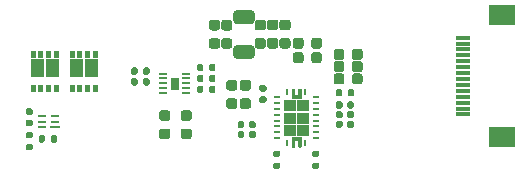
<source format=gbr>
%TF.GenerationSoftware,KiCad,Pcbnew,(5.1.8)-1*%
%TF.CreationDate,2021-09-17T09:19:24+08:00*%
%TF.ProjectId,WirelessPower,57697265-6c65-4737-9350-6f7765722e6b,rev?*%
%TF.SameCoordinates,Original*%
%TF.FileFunction,Paste,Top*%
%TF.FilePolarity,Positive*%
%FSLAX46Y46*%
G04 Gerber Fmt 4.6, Leading zero omitted, Abs format (unit mm)*
G04 Created by KiCad (PCBNEW (5.1.8)-1) date 2021-09-17 09:19:24*
%MOMM*%
%LPD*%
G01*
G04 APERTURE LIST*
%ADD10C,0.010000*%
%ADD11R,0.760000X0.220000*%
%ADD12R,0.600000X0.240000*%
%ADD13R,0.240000X0.600000*%
%ADD14R,1.300000X0.300000*%
%ADD15R,2.200000X1.800000*%
%ADD16R,0.850000X0.280000*%
%ADD17R,0.750000X0.280000*%
G04 APERTURE END LIST*
D10*
%TO.C,U5*%
G36*
X154055000Y-117034999D02*
G01*
X153485000Y-117034999D01*
X153485000Y-116084999D01*
X154055000Y-116084999D01*
X154055000Y-117034999D01*
G37*
X154055000Y-117034999D02*
X153485000Y-117034999D01*
X153485000Y-116084999D01*
X154055000Y-116084999D01*
X154055000Y-117034999D01*
%TO.C,U2*%
G36*
X164170000Y-119905000D02*
G01*
X165090000Y-119905000D01*
X165090000Y-119055000D01*
X164170000Y-119055000D01*
X164170000Y-119905000D01*
G37*
X164170000Y-119905000D02*
X165090000Y-119905000D01*
X165090000Y-119055000D01*
X164170000Y-119055000D01*
X164170000Y-119905000D01*
G36*
X163050000Y-119905000D02*
G01*
X163970000Y-119905000D01*
X163970000Y-119055000D01*
X163050000Y-119055000D01*
X163050000Y-119905000D01*
G37*
X163050000Y-119905000D02*
X163970000Y-119905000D01*
X163970000Y-119055000D01*
X163050000Y-119055000D01*
X163050000Y-119905000D01*
G36*
X164170000Y-120955000D02*
G01*
X165090000Y-120955000D01*
X165090000Y-120105000D01*
X164170000Y-120105000D01*
X164170000Y-120955000D01*
G37*
X164170000Y-120955000D02*
X165090000Y-120955000D01*
X165090000Y-120105000D01*
X164170000Y-120105000D01*
X164170000Y-120955000D01*
G36*
X163050000Y-120955000D02*
G01*
X163970000Y-120955000D01*
X163970000Y-120105000D01*
X163050000Y-120105000D01*
X163050000Y-120955000D01*
G37*
X163050000Y-120955000D02*
X163970000Y-120955000D01*
X163970000Y-120105000D01*
X163050000Y-120105000D01*
X163050000Y-120955000D01*
G36*
X164170000Y-118855000D02*
G01*
X165090000Y-118855000D01*
X165090000Y-118005000D01*
X164170000Y-118005000D01*
X164170000Y-118855000D01*
G37*
X164170000Y-118855000D02*
X165090000Y-118855000D01*
X165090000Y-118005000D01*
X164170000Y-118005000D01*
X164170000Y-118855000D01*
G36*
X163050000Y-118855000D02*
G01*
X163970000Y-118855000D01*
X163970000Y-118005000D01*
X163050000Y-118005000D01*
X163050000Y-118855000D01*
G37*
X163050000Y-118855000D02*
X163970000Y-118855000D01*
X163970000Y-118005000D01*
X163050000Y-118005000D01*
X163050000Y-118855000D01*
G36*
X163695000Y-117805000D02*
G01*
X163695000Y-117080000D01*
X163695069Y-117077383D01*
X163695274Y-117074774D01*
X163695616Y-117072178D01*
X163696093Y-117069604D01*
X163696704Y-117067059D01*
X163697447Y-117064549D01*
X163698321Y-117062082D01*
X163699323Y-117059663D01*
X163700450Y-117057300D01*
X163701699Y-117055000D01*
X163703066Y-117052768D01*
X163704549Y-117050611D01*
X163706143Y-117048534D01*
X163707843Y-117046543D01*
X163709645Y-117044645D01*
X163711543Y-117042843D01*
X163713534Y-117041143D01*
X163715611Y-117039549D01*
X163717768Y-117038066D01*
X163720000Y-117036699D01*
X163722300Y-117035450D01*
X163724663Y-117034323D01*
X163727082Y-117033321D01*
X163729549Y-117032447D01*
X163732059Y-117031704D01*
X163734604Y-117031093D01*
X163737178Y-117030616D01*
X163739774Y-117030274D01*
X163742383Y-117030069D01*
X163745000Y-117030000D01*
X163845000Y-117030000D01*
X163847617Y-117030069D01*
X163850226Y-117030274D01*
X163852822Y-117030616D01*
X163855396Y-117031093D01*
X163857941Y-117031704D01*
X163860451Y-117032447D01*
X163862918Y-117033321D01*
X163865337Y-117034323D01*
X163867700Y-117035450D01*
X163870000Y-117036699D01*
X163872232Y-117038066D01*
X163874389Y-117039549D01*
X163876466Y-117041143D01*
X163878457Y-117042843D01*
X163880355Y-117044645D01*
X163882157Y-117046543D01*
X163883857Y-117048534D01*
X163885451Y-117050611D01*
X163886934Y-117052768D01*
X163888301Y-117055000D01*
X163889550Y-117057300D01*
X163890677Y-117059663D01*
X163891679Y-117062082D01*
X163892553Y-117064549D01*
X163893296Y-117067059D01*
X163893907Y-117069604D01*
X163894384Y-117072178D01*
X163894726Y-117074774D01*
X163894931Y-117077383D01*
X163895000Y-117080000D01*
X163895000Y-117555000D01*
X164245000Y-117555000D01*
X164245000Y-117080000D01*
X164245069Y-117077383D01*
X164245274Y-117074774D01*
X164245616Y-117072178D01*
X164246093Y-117069604D01*
X164246704Y-117067059D01*
X164247447Y-117064549D01*
X164248321Y-117062082D01*
X164249323Y-117059663D01*
X164250450Y-117057300D01*
X164251699Y-117055000D01*
X164253066Y-117052768D01*
X164254549Y-117050611D01*
X164256143Y-117048534D01*
X164257843Y-117046543D01*
X164259645Y-117044645D01*
X164261543Y-117042843D01*
X164263534Y-117041143D01*
X164265611Y-117039549D01*
X164267768Y-117038066D01*
X164270000Y-117036699D01*
X164272300Y-117035450D01*
X164274663Y-117034323D01*
X164277082Y-117033321D01*
X164279549Y-117032447D01*
X164282059Y-117031704D01*
X164284604Y-117031093D01*
X164287178Y-117030616D01*
X164289774Y-117030274D01*
X164292383Y-117030069D01*
X164295000Y-117030000D01*
X164395000Y-117030000D01*
X164397617Y-117030069D01*
X164400226Y-117030274D01*
X164402822Y-117030616D01*
X164405396Y-117031093D01*
X164407941Y-117031704D01*
X164410451Y-117032447D01*
X164412918Y-117033321D01*
X164415337Y-117034323D01*
X164417700Y-117035450D01*
X164420000Y-117036699D01*
X164422232Y-117038066D01*
X164424389Y-117039549D01*
X164426466Y-117041143D01*
X164428457Y-117042843D01*
X164430355Y-117044645D01*
X164432157Y-117046543D01*
X164433857Y-117048534D01*
X164435451Y-117050611D01*
X164436934Y-117052768D01*
X164438301Y-117055000D01*
X164439550Y-117057300D01*
X164440677Y-117059663D01*
X164441679Y-117062082D01*
X164442553Y-117064549D01*
X164443296Y-117067059D01*
X164443907Y-117069604D01*
X164444384Y-117072178D01*
X164444726Y-117074774D01*
X164444931Y-117077383D01*
X164445000Y-117080000D01*
X164445000Y-117805000D01*
X163695000Y-117805000D01*
G37*
X163695000Y-117805000D02*
X163695000Y-117080000D01*
X163695069Y-117077383D01*
X163695274Y-117074774D01*
X163695616Y-117072178D01*
X163696093Y-117069604D01*
X163696704Y-117067059D01*
X163697447Y-117064549D01*
X163698321Y-117062082D01*
X163699323Y-117059663D01*
X163700450Y-117057300D01*
X163701699Y-117055000D01*
X163703066Y-117052768D01*
X163704549Y-117050611D01*
X163706143Y-117048534D01*
X163707843Y-117046543D01*
X163709645Y-117044645D01*
X163711543Y-117042843D01*
X163713534Y-117041143D01*
X163715611Y-117039549D01*
X163717768Y-117038066D01*
X163720000Y-117036699D01*
X163722300Y-117035450D01*
X163724663Y-117034323D01*
X163727082Y-117033321D01*
X163729549Y-117032447D01*
X163732059Y-117031704D01*
X163734604Y-117031093D01*
X163737178Y-117030616D01*
X163739774Y-117030274D01*
X163742383Y-117030069D01*
X163745000Y-117030000D01*
X163845000Y-117030000D01*
X163847617Y-117030069D01*
X163850226Y-117030274D01*
X163852822Y-117030616D01*
X163855396Y-117031093D01*
X163857941Y-117031704D01*
X163860451Y-117032447D01*
X163862918Y-117033321D01*
X163865337Y-117034323D01*
X163867700Y-117035450D01*
X163870000Y-117036699D01*
X163872232Y-117038066D01*
X163874389Y-117039549D01*
X163876466Y-117041143D01*
X163878457Y-117042843D01*
X163880355Y-117044645D01*
X163882157Y-117046543D01*
X163883857Y-117048534D01*
X163885451Y-117050611D01*
X163886934Y-117052768D01*
X163888301Y-117055000D01*
X163889550Y-117057300D01*
X163890677Y-117059663D01*
X163891679Y-117062082D01*
X163892553Y-117064549D01*
X163893296Y-117067059D01*
X163893907Y-117069604D01*
X163894384Y-117072178D01*
X163894726Y-117074774D01*
X163894931Y-117077383D01*
X163895000Y-117080000D01*
X163895000Y-117555000D01*
X164245000Y-117555000D01*
X164245000Y-117080000D01*
X164245069Y-117077383D01*
X164245274Y-117074774D01*
X164245616Y-117072178D01*
X164246093Y-117069604D01*
X164246704Y-117067059D01*
X164247447Y-117064549D01*
X164248321Y-117062082D01*
X164249323Y-117059663D01*
X164250450Y-117057300D01*
X164251699Y-117055000D01*
X164253066Y-117052768D01*
X164254549Y-117050611D01*
X164256143Y-117048534D01*
X164257843Y-117046543D01*
X164259645Y-117044645D01*
X164261543Y-117042843D01*
X164263534Y-117041143D01*
X164265611Y-117039549D01*
X164267768Y-117038066D01*
X164270000Y-117036699D01*
X164272300Y-117035450D01*
X164274663Y-117034323D01*
X164277082Y-117033321D01*
X164279549Y-117032447D01*
X164282059Y-117031704D01*
X164284604Y-117031093D01*
X164287178Y-117030616D01*
X164289774Y-117030274D01*
X164292383Y-117030069D01*
X164295000Y-117030000D01*
X164395000Y-117030000D01*
X164397617Y-117030069D01*
X164400226Y-117030274D01*
X164402822Y-117030616D01*
X164405396Y-117031093D01*
X164407941Y-117031704D01*
X164410451Y-117032447D01*
X164412918Y-117033321D01*
X164415337Y-117034323D01*
X164417700Y-117035450D01*
X164420000Y-117036699D01*
X164422232Y-117038066D01*
X164424389Y-117039549D01*
X164426466Y-117041143D01*
X164428457Y-117042843D01*
X164430355Y-117044645D01*
X164432157Y-117046543D01*
X164433857Y-117048534D01*
X164435451Y-117050611D01*
X164436934Y-117052768D01*
X164438301Y-117055000D01*
X164439550Y-117057300D01*
X164440677Y-117059663D01*
X164441679Y-117062082D01*
X164442553Y-117064549D01*
X164443296Y-117067059D01*
X164443907Y-117069604D01*
X164444384Y-117072178D01*
X164444726Y-117074774D01*
X164444931Y-117077383D01*
X164445000Y-117080000D01*
X164445000Y-117805000D01*
X163695000Y-117805000D01*
G36*
X164445000Y-121155000D02*
G01*
X164445000Y-121880000D01*
X164444931Y-121882617D01*
X164444726Y-121885226D01*
X164444384Y-121887822D01*
X164443907Y-121890396D01*
X164443296Y-121892941D01*
X164442553Y-121895451D01*
X164441679Y-121897918D01*
X164440677Y-121900337D01*
X164439550Y-121902700D01*
X164438301Y-121905000D01*
X164436934Y-121907232D01*
X164435451Y-121909389D01*
X164433857Y-121911466D01*
X164432157Y-121913457D01*
X164430355Y-121915355D01*
X164428457Y-121917157D01*
X164426466Y-121918857D01*
X164424389Y-121920451D01*
X164422232Y-121921934D01*
X164420000Y-121923301D01*
X164417700Y-121924550D01*
X164415337Y-121925677D01*
X164412918Y-121926679D01*
X164410451Y-121927553D01*
X164407941Y-121928296D01*
X164405396Y-121928907D01*
X164402822Y-121929384D01*
X164400226Y-121929726D01*
X164397617Y-121929931D01*
X164395000Y-121930000D01*
X164295000Y-121930000D01*
X164292383Y-121929931D01*
X164289774Y-121929726D01*
X164287178Y-121929384D01*
X164284604Y-121928907D01*
X164282059Y-121928296D01*
X164279549Y-121927553D01*
X164277082Y-121926679D01*
X164274663Y-121925677D01*
X164272300Y-121924550D01*
X164270000Y-121923301D01*
X164267768Y-121921934D01*
X164265611Y-121920451D01*
X164263534Y-121918857D01*
X164261543Y-121917157D01*
X164259645Y-121915355D01*
X164257843Y-121913457D01*
X164256143Y-121911466D01*
X164254549Y-121909389D01*
X164253066Y-121907232D01*
X164251699Y-121905000D01*
X164250450Y-121902700D01*
X164249323Y-121900337D01*
X164248321Y-121897918D01*
X164247447Y-121895451D01*
X164246704Y-121892941D01*
X164246093Y-121890396D01*
X164245616Y-121887822D01*
X164245274Y-121885226D01*
X164245069Y-121882617D01*
X164245000Y-121880000D01*
X164245000Y-121405000D01*
X163895000Y-121405000D01*
X163895000Y-121880000D01*
X163894931Y-121882617D01*
X163894726Y-121885226D01*
X163894384Y-121887822D01*
X163893907Y-121890396D01*
X163893296Y-121892941D01*
X163892553Y-121895451D01*
X163891679Y-121897918D01*
X163890677Y-121900337D01*
X163889550Y-121902700D01*
X163888301Y-121905000D01*
X163886934Y-121907232D01*
X163885451Y-121909389D01*
X163883857Y-121911466D01*
X163882157Y-121913457D01*
X163880355Y-121915355D01*
X163878457Y-121917157D01*
X163876466Y-121918857D01*
X163874389Y-121920451D01*
X163872232Y-121921934D01*
X163870000Y-121923301D01*
X163867700Y-121924550D01*
X163865337Y-121925677D01*
X163862918Y-121926679D01*
X163860451Y-121927553D01*
X163857941Y-121928296D01*
X163855396Y-121928907D01*
X163852822Y-121929384D01*
X163850226Y-121929726D01*
X163847617Y-121929931D01*
X163845000Y-121930000D01*
X163745000Y-121930000D01*
X163742383Y-121929931D01*
X163739774Y-121929726D01*
X163737178Y-121929384D01*
X163734604Y-121928907D01*
X163732059Y-121928296D01*
X163729549Y-121927553D01*
X163727082Y-121926679D01*
X163724663Y-121925677D01*
X163722300Y-121924550D01*
X163720000Y-121923301D01*
X163717768Y-121921934D01*
X163715611Y-121920451D01*
X163713534Y-121918857D01*
X163711543Y-121917157D01*
X163709645Y-121915355D01*
X163707843Y-121913457D01*
X163706143Y-121911466D01*
X163704549Y-121909389D01*
X163703066Y-121907232D01*
X163701699Y-121905000D01*
X163700450Y-121902700D01*
X163699323Y-121900337D01*
X163698321Y-121897918D01*
X163697447Y-121895451D01*
X163696704Y-121892941D01*
X163696093Y-121890396D01*
X163695616Y-121887822D01*
X163695274Y-121885226D01*
X163695069Y-121882617D01*
X163695000Y-121880000D01*
X163695000Y-121155000D01*
X164445000Y-121155000D01*
G37*
X164445000Y-121155000D02*
X164445000Y-121880000D01*
X164444931Y-121882617D01*
X164444726Y-121885226D01*
X164444384Y-121887822D01*
X164443907Y-121890396D01*
X164443296Y-121892941D01*
X164442553Y-121895451D01*
X164441679Y-121897918D01*
X164440677Y-121900337D01*
X164439550Y-121902700D01*
X164438301Y-121905000D01*
X164436934Y-121907232D01*
X164435451Y-121909389D01*
X164433857Y-121911466D01*
X164432157Y-121913457D01*
X164430355Y-121915355D01*
X164428457Y-121917157D01*
X164426466Y-121918857D01*
X164424389Y-121920451D01*
X164422232Y-121921934D01*
X164420000Y-121923301D01*
X164417700Y-121924550D01*
X164415337Y-121925677D01*
X164412918Y-121926679D01*
X164410451Y-121927553D01*
X164407941Y-121928296D01*
X164405396Y-121928907D01*
X164402822Y-121929384D01*
X164400226Y-121929726D01*
X164397617Y-121929931D01*
X164395000Y-121930000D01*
X164295000Y-121930000D01*
X164292383Y-121929931D01*
X164289774Y-121929726D01*
X164287178Y-121929384D01*
X164284604Y-121928907D01*
X164282059Y-121928296D01*
X164279549Y-121927553D01*
X164277082Y-121926679D01*
X164274663Y-121925677D01*
X164272300Y-121924550D01*
X164270000Y-121923301D01*
X164267768Y-121921934D01*
X164265611Y-121920451D01*
X164263534Y-121918857D01*
X164261543Y-121917157D01*
X164259645Y-121915355D01*
X164257843Y-121913457D01*
X164256143Y-121911466D01*
X164254549Y-121909389D01*
X164253066Y-121907232D01*
X164251699Y-121905000D01*
X164250450Y-121902700D01*
X164249323Y-121900337D01*
X164248321Y-121897918D01*
X164247447Y-121895451D01*
X164246704Y-121892941D01*
X164246093Y-121890396D01*
X164245616Y-121887822D01*
X164245274Y-121885226D01*
X164245069Y-121882617D01*
X164245000Y-121880000D01*
X164245000Y-121405000D01*
X163895000Y-121405000D01*
X163895000Y-121880000D01*
X163894931Y-121882617D01*
X163894726Y-121885226D01*
X163894384Y-121887822D01*
X163893907Y-121890396D01*
X163893296Y-121892941D01*
X163892553Y-121895451D01*
X163891679Y-121897918D01*
X163890677Y-121900337D01*
X163889550Y-121902700D01*
X163888301Y-121905000D01*
X163886934Y-121907232D01*
X163885451Y-121909389D01*
X163883857Y-121911466D01*
X163882157Y-121913457D01*
X163880355Y-121915355D01*
X163878457Y-121917157D01*
X163876466Y-121918857D01*
X163874389Y-121920451D01*
X163872232Y-121921934D01*
X163870000Y-121923301D01*
X163867700Y-121924550D01*
X163865337Y-121925677D01*
X163862918Y-121926679D01*
X163860451Y-121927553D01*
X163857941Y-121928296D01*
X163855396Y-121928907D01*
X163852822Y-121929384D01*
X163850226Y-121929726D01*
X163847617Y-121929931D01*
X163845000Y-121930000D01*
X163745000Y-121930000D01*
X163742383Y-121929931D01*
X163739774Y-121929726D01*
X163737178Y-121929384D01*
X163734604Y-121928907D01*
X163732059Y-121928296D01*
X163729549Y-121927553D01*
X163727082Y-121926679D01*
X163724663Y-121925677D01*
X163722300Y-121924550D01*
X163720000Y-121923301D01*
X163717768Y-121921934D01*
X163715611Y-121920451D01*
X163713534Y-121918857D01*
X163711543Y-121917157D01*
X163709645Y-121915355D01*
X163707843Y-121913457D01*
X163706143Y-121911466D01*
X163704549Y-121909389D01*
X163703066Y-121907232D01*
X163701699Y-121905000D01*
X163700450Y-121902700D01*
X163699323Y-121900337D01*
X163698321Y-121897918D01*
X163697447Y-121895451D01*
X163696704Y-121892941D01*
X163696093Y-121890396D01*
X163695616Y-121887822D01*
X163695274Y-121885226D01*
X163695069Y-121882617D01*
X163695000Y-121880000D01*
X163695000Y-121155000D01*
X164445000Y-121155000D01*
%TO.C,U4*%
G36*
X141585000Y-115990000D02*
G01*
X141585000Y-114545000D01*
X142605000Y-114545000D01*
X142605000Y-115990000D01*
X141585000Y-115990000D01*
G37*
X141585000Y-115990000D02*
X141585000Y-114545000D01*
X142605000Y-114545000D01*
X142605000Y-115990000D01*
X141585000Y-115990000D01*
G36*
X142235000Y-114320000D02*
G01*
X142235000Y-113870000D01*
X142575000Y-113870000D01*
X142575000Y-114320000D01*
X142235000Y-114320000D01*
G37*
X142235000Y-114320000D02*
X142235000Y-113870000D01*
X142575000Y-113870000D01*
X142575000Y-114320000D01*
X142235000Y-114320000D01*
G36*
X141585000Y-114320000D02*
G01*
X141585000Y-113870000D01*
X141925000Y-113870000D01*
X141925000Y-114320000D01*
X141585000Y-114320000D01*
G37*
X141585000Y-114320000D02*
X141585000Y-113870000D01*
X141925000Y-113870000D01*
X141925000Y-114320000D01*
X141585000Y-114320000D01*
G36*
X142885000Y-114320000D02*
G01*
X142885000Y-113870000D01*
X143225000Y-113870000D01*
X143225000Y-114320000D01*
X142885000Y-114320000D01*
G37*
X142885000Y-114320000D02*
X142885000Y-113870000D01*
X143225000Y-113870000D01*
X143225000Y-114320000D01*
X142885000Y-114320000D01*
G36*
X143535000Y-114320000D02*
G01*
X143535000Y-113870000D01*
X143875000Y-113870000D01*
X143875000Y-114320000D01*
X143535000Y-114320000D01*
G37*
X143535000Y-114320000D02*
X143535000Y-113870000D01*
X143875000Y-113870000D01*
X143875000Y-114320000D01*
X143535000Y-114320000D01*
G36*
X142885000Y-117190000D02*
G01*
X142885000Y-116740000D01*
X143225000Y-116740000D01*
X143225000Y-117190000D01*
X142885000Y-117190000D01*
G37*
X142885000Y-117190000D02*
X142885000Y-116740000D01*
X143225000Y-116740000D01*
X143225000Y-117190000D01*
X142885000Y-117190000D01*
G36*
X143535000Y-117190000D02*
G01*
X143535000Y-116740000D01*
X143875000Y-116740000D01*
X143875000Y-117190000D01*
X143535000Y-117190000D01*
G37*
X143535000Y-117190000D02*
X143535000Y-116740000D01*
X143875000Y-116740000D01*
X143875000Y-117190000D01*
X143535000Y-117190000D01*
G36*
X142235000Y-117190000D02*
G01*
X142235000Y-116740000D01*
X142575000Y-116740000D01*
X142575000Y-117190000D01*
X142235000Y-117190000D01*
G37*
X142235000Y-117190000D02*
X142235000Y-116740000D01*
X142575000Y-116740000D01*
X142575000Y-117190000D01*
X142235000Y-117190000D01*
G36*
X141585000Y-117190000D02*
G01*
X141585000Y-116740000D01*
X141925000Y-116740000D01*
X141925000Y-117190000D01*
X141585000Y-117190000D01*
G37*
X141585000Y-117190000D02*
X141585000Y-116740000D01*
X141925000Y-116740000D01*
X141925000Y-117190000D01*
X141585000Y-117190000D01*
G36*
X142855000Y-115990000D02*
G01*
X142855000Y-114545000D01*
X143875000Y-114545000D01*
X143875000Y-115990000D01*
X142855000Y-115990000D01*
G37*
X142855000Y-115990000D02*
X142855000Y-114545000D01*
X143875000Y-114545000D01*
X143875000Y-115990000D01*
X142855000Y-115990000D01*
%TO.C,U3*%
G36*
X144895000Y-115989999D02*
G01*
X144895000Y-114544999D01*
X145915000Y-114544999D01*
X145915000Y-115989999D01*
X144895000Y-115989999D01*
G37*
X144895000Y-115989999D02*
X144895000Y-114544999D01*
X145915000Y-114544999D01*
X145915000Y-115989999D01*
X144895000Y-115989999D01*
G36*
X145545000Y-114319999D02*
G01*
X145545000Y-113869999D01*
X145885000Y-113869999D01*
X145885000Y-114319999D01*
X145545000Y-114319999D01*
G37*
X145545000Y-114319999D02*
X145545000Y-113869999D01*
X145885000Y-113869999D01*
X145885000Y-114319999D01*
X145545000Y-114319999D01*
G36*
X144895000Y-114319999D02*
G01*
X144895000Y-113869999D01*
X145235000Y-113869999D01*
X145235000Y-114319999D01*
X144895000Y-114319999D01*
G37*
X144895000Y-114319999D02*
X144895000Y-113869999D01*
X145235000Y-113869999D01*
X145235000Y-114319999D01*
X144895000Y-114319999D01*
G36*
X146195000Y-114319999D02*
G01*
X146195000Y-113869999D01*
X146535000Y-113869999D01*
X146535000Y-114319999D01*
X146195000Y-114319999D01*
G37*
X146195000Y-114319999D02*
X146195000Y-113869999D01*
X146535000Y-113869999D01*
X146535000Y-114319999D01*
X146195000Y-114319999D01*
G36*
X146845000Y-114319999D02*
G01*
X146845000Y-113869999D01*
X147185000Y-113869999D01*
X147185000Y-114319999D01*
X146845000Y-114319999D01*
G37*
X146845000Y-114319999D02*
X146845000Y-113869999D01*
X147185000Y-113869999D01*
X147185000Y-114319999D01*
X146845000Y-114319999D01*
G36*
X146195000Y-117189999D02*
G01*
X146195000Y-116739999D01*
X146535000Y-116739999D01*
X146535000Y-117189999D01*
X146195000Y-117189999D01*
G37*
X146195000Y-117189999D02*
X146195000Y-116739999D01*
X146535000Y-116739999D01*
X146535000Y-117189999D01*
X146195000Y-117189999D01*
G36*
X146845000Y-117189999D02*
G01*
X146845000Y-116739999D01*
X147185000Y-116739999D01*
X147185000Y-117189999D01*
X146845000Y-117189999D01*
G37*
X146845000Y-117189999D02*
X146845000Y-116739999D01*
X147185000Y-116739999D01*
X147185000Y-117189999D01*
X146845000Y-117189999D01*
G36*
X145545000Y-117189999D02*
G01*
X145545000Y-116739999D01*
X145885000Y-116739999D01*
X145885000Y-117189999D01*
X145545000Y-117189999D01*
G37*
X145545000Y-117189999D02*
X145545000Y-116739999D01*
X145885000Y-116739999D01*
X145885000Y-117189999D01*
X145545000Y-117189999D01*
G36*
X144895000Y-117189999D02*
G01*
X144895000Y-116739999D01*
X145235000Y-116739999D01*
X145235000Y-117189999D01*
X144895000Y-117189999D01*
G37*
X144895000Y-117189999D02*
X144895000Y-116739999D01*
X145235000Y-116739999D01*
X145235000Y-117189999D01*
X144895000Y-117189999D01*
G36*
X146165000Y-115989999D02*
G01*
X146165000Y-114544999D01*
X147185000Y-114544999D01*
X147185000Y-115989999D01*
X146165000Y-115989999D01*
G37*
X146165000Y-115989999D02*
X146165000Y-114544999D01*
X147185000Y-114544999D01*
X147185000Y-115989999D01*
X146165000Y-115989999D01*
%TD*%
D11*
%TO.C,U5*%
X152785000Y-117359999D03*
X152785000Y-116959999D03*
X152785000Y-116559999D03*
X152785000Y-116159999D03*
X152785000Y-115759999D03*
X154755000Y-115759999D03*
X154755000Y-116159999D03*
X154755000Y-116559999D03*
X154755000Y-116959999D03*
X154755000Y-117359999D03*
%TD*%
D12*
%TO.C,U2*%
X165720000Y-117730000D03*
X165720000Y-118230000D03*
X165720000Y-118730000D03*
X165720000Y-121230000D03*
X165720000Y-120730000D03*
X165720000Y-120230000D03*
X165720000Y-119730000D03*
X165720000Y-119230000D03*
X162420000Y-117730000D03*
X162420000Y-118230000D03*
X162420000Y-118730000D03*
X162420000Y-121230000D03*
X162420000Y-120730000D03*
X162420000Y-120230000D03*
X162420000Y-119730000D03*
X162420000Y-119230000D03*
D13*
X164820000Y-121630000D03*
X163320000Y-121630000D03*
X164820000Y-117330000D03*
X163320000Y-117330000D03*
%TD*%
%TO.C,C22*%
G36*
G01*
X168145000Y-113880000D02*
X168145000Y-114380000D01*
G75*
G02*
X167920000Y-114605000I-225000J0D01*
G01*
X167470000Y-114605000D01*
G75*
G02*
X167245000Y-114380000I0J225000D01*
G01*
X167245000Y-113880000D01*
G75*
G02*
X167470000Y-113655000I225000J0D01*
G01*
X167920000Y-113655000D01*
G75*
G02*
X168145000Y-113880000I0J-225000D01*
G01*
G37*
G36*
G01*
X169695000Y-113880000D02*
X169695000Y-114380000D01*
G75*
G02*
X169470000Y-114605000I-225000J0D01*
G01*
X169020000Y-114605000D01*
G75*
G02*
X168795000Y-114380000I0J225000D01*
G01*
X168795000Y-113880000D01*
G75*
G02*
X169020000Y-113655000I225000J0D01*
G01*
X169470000Y-113655000D01*
G75*
G02*
X169695000Y-113880000I0J-225000D01*
G01*
G37*
%TD*%
%TO.C,C21*%
G36*
G01*
X156910000Y-112755000D02*
X157410000Y-112755000D01*
G75*
G02*
X157635000Y-112980000I0J-225000D01*
G01*
X157635000Y-113430000D01*
G75*
G02*
X157410000Y-113655000I-225000J0D01*
G01*
X156910000Y-113655000D01*
G75*
G02*
X156685000Y-113430000I0J225000D01*
G01*
X156685000Y-112980000D01*
G75*
G02*
X156910000Y-112755000I225000J0D01*
G01*
G37*
G36*
G01*
X156910000Y-111205000D02*
X157410000Y-111205000D01*
G75*
G02*
X157635000Y-111430000I0J-225000D01*
G01*
X157635000Y-111880000D01*
G75*
G02*
X157410000Y-112105000I-225000J0D01*
G01*
X156910000Y-112105000D01*
G75*
G02*
X156685000Y-111880000I0J225000D01*
G01*
X156685000Y-111430000D01*
G75*
G02*
X156910000Y-111205000I225000J0D01*
G01*
G37*
%TD*%
%TO.C,C20*%
G36*
G01*
X157942500Y-112755000D02*
X158442500Y-112755000D01*
G75*
G02*
X158667500Y-112980000I0J-225000D01*
G01*
X158667500Y-113430000D01*
G75*
G02*
X158442500Y-113655000I-225000J0D01*
G01*
X157942500Y-113655000D01*
G75*
G02*
X157717500Y-113430000I0J225000D01*
G01*
X157717500Y-112980000D01*
G75*
G02*
X157942500Y-112755000I225000J0D01*
G01*
G37*
G36*
G01*
X157942500Y-111205000D02*
X158442500Y-111205000D01*
G75*
G02*
X158667500Y-111430000I0J-225000D01*
G01*
X158667500Y-111880000D01*
G75*
G02*
X158442500Y-112105000I-225000J0D01*
G01*
X157942500Y-112105000D01*
G75*
G02*
X157717500Y-111880000I0J225000D01*
G01*
X157717500Y-111430000D01*
G75*
G02*
X157942500Y-111205000I225000J0D01*
G01*
G37*
%TD*%
%TO.C,C19*%
G36*
G01*
X162870000Y-112735000D02*
X163370000Y-112735000D01*
G75*
G02*
X163595000Y-112960000I0J-225000D01*
G01*
X163595000Y-113410000D01*
G75*
G02*
X163370000Y-113635000I-225000J0D01*
G01*
X162870000Y-113635000D01*
G75*
G02*
X162645000Y-113410000I0J225000D01*
G01*
X162645000Y-112960000D01*
G75*
G02*
X162870000Y-112735000I225000J0D01*
G01*
G37*
G36*
G01*
X162870000Y-111185000D02*
X163370000Y-111185000D01*
G75*
G02*
X163595000Y-111410000I0J-225000D01*
G01*
X163595000Y-111860000D01*
G75*
G02*
X163370000Y-112085000I-225000J0D01*
G01*
X162870000Y-112085000D01*
G75*
G02*
X162645000Y-111860000I0J225000D01*
G01*
X162645000Y-111410000D01*
G75*
G02*
X162870000Y-111185000I225000J0D01*
G01*
G37*
%TD*%
%TO.C,C15*%
G36*
G01*
X165345000Y-113430001D02*
X165345000Y-112930001D01*
G75*
G02*
X165570000Y-112705001I225000J0D01*
G01*
X166020000Y-112705001D01*
G75*
G02*
X166245000Y-112930001I0J-225000D01*
G01*
X166245000Y-113430001D01*
G75*
G02*
X166020000Y-113655001I-225000J0D01*
G01*
X165570000Y-113655001D01*
G75*
G02*
X165345000Y-113430001I0J225000D01*
G01*
G37*
G36*
G01*
X163795000Y-113430001D02*
X163795000Y-112930001D01*
G75*
G02*
X164020000Y-112705001I225000J0D01*
G01*
X164470000Y-112705001D01*
G75*
G02*
X164695000Y-112930001I0J-225000D01*
G01*
X164695000Y-113430001D01*
G75*
G02*
X164470000Y-113655001I-225000J0D01*
G01*
X164020000Y-113655001D01*
G75*
G02*
X163795000Y-113430001I0J225000D01*
G01*
G37*
%TD*%
%TO.C,C14*%
G36*
G01*
X161830000Y-112735000D02*
X162330000Y-112735000D01*
G75*
G02*
X162555000Y-112960000I0J-225000D01*
G01*
X162555000Y-113410000D01*
G75*
G02*
X162330000Y-113635000I-225000J0D01*
G01*
X161830000Y-113635000D01*
G75*
G02*
X161605000Y-113410000I0J225000D01*
G01*
X161605000Y-112960000D01*
G75*
G02*
X161830000Y-112735000I225000J0D01*
G01*
G37*
G36*
G01*
X161830000Y-111185000D02*
X162330000Y-111185000D01*
G75*
G02*
X162555000Y-111410000I0J-225000D01*
G01*
X162555000Y-111860000D01*
G75*
G02*
X162330000Y-112085000I-225000J0D01*
G01*
X161830000Y-112085000D01*
G75*
G02*
X161605000Y-111860000I0J225000D01*
G01*
X161605000Y-111410000D01*
G75*
G02*
X161830000Y-111185000I225000J0D01*
G01*
G37*
%TD*%
%TO.C,C13*%
G36*
G01*
X160790000Y-112745000D02*
X161290000Y-112745000D01*
G75*
G02*
X161515000Y-112970000I0J-225000D01*
G01*
X161515000Y-113420000D01*
G75*
G02*
X161290000Y-113645000I-225000J0D01*
G01*
X160790000Y-113645000D01*
G75*
G02*
X160565000Y-113420000I0J225000D01*
G01*
X160565000Y-112970000D01*
G75*
G02*
X160790000Y-112745000I225000J0D01*
G01*
G37*
G36*
G01*
X160790000Y-111195000D02*
X161290000Y-111195000D01*
G75*
G02*
X161515000Y-111420000I0J-225000D01*
G01*
X161515000Y-111870000D01*
G75*
G02*
X161290000Y-112095000I-225000J0D01*
G01*
X160790000Y-112095000D01*
G75*
G02*
X160565000Y-111870000I0J225000D01*
G01*
X160565000Y-111420000D01*
G75*
G02*
X160790000Y-111195000I225000J0D01*
G01*
G37*
%TD*%
%TO.C,C2*%
G36*
G01*
X165345002Y-114660000D02*
X165345002Y-114160000D01*
G75*
G02*
X165570002Y-113935000I225000J0D01*
G01*
X166020002Y-113935000D01*
G75*
G02*
X166245002Y-114160000I0J-225000D01*
G01*
X166245002Y-114660000D01*
G75*
G02*
X166020002Y-114885000I-225000J0D01*
G01*
X165570002Y-114885000D01*
G75*
G02*
X165345002Y-114660000I0J225000D01*
G01*
G37*
G36*
G01*
X163795002Y-114660000D02*
X163795002Y-114160000D01*
G75*
G02*
X164020002Y-113935000I225000J0D01*
G01*
X164470002Y-113935000D01*
G75*
G02*
X164695002Y-114160000I0J-225000D01*
G01*
X164695002Y-114660000D01*
G75*
G02*
X164470002Y-114885000I-225000J0D01*
G01*
X164020002Y-114885000D01*
G75*
G02*
X163795002Y-114660000I0J225000D01*
G01*
G37*
%TD*%
%TO.C,C1*%
G36*
G01*
X158999999Y-113350000D02*
X160300001Y-113350000D01*
G75*
G02*
X160550000Y-113599999I0J-249999D01*
G01*
X160550000Y-114250001D01*
G75*
G02*
X160300001Y-114500000I-249999J0D01*
G01*
X158999999Y-114500000D01*
G75*
G02*
X158750000Y-114250001I0J249999D01*
G01*
X158750000Y-113599999D01*
G75*
G02*
X158999999Y-113350000I249999J0D01*
G01*
G37*
G36*
G01*
X158999999Y-110400000D02*
X160300001Y-110400000D01*
G75*
G02*
X160550000Y-110649999I0J-249999D01*
G01*
X160550000Y-111300001D01*
G75*
G02*
X160300001Y-111550000I-249999J0D01*
G01*
X158999999Y-111550000D01*
G75*
G02*
X158750000Y-111300001I0J249999D01*
G01*
X158750000Y-110649999D01*
G75*
G02*
X158999999Y-110400000I249999J0D01*
G01*
G37*
%TD*%
D14*
%TO.C,J7*%
X178230000Y-112710000D03*
X178230000Y-113210000D03*
X178230000Y-113710000D03*
X178230000Y-114210000D03*
X178230000Y-114710000D03*
X178230000Y-115210000D03*
X178230000Y-115710000D03*
X178230000Y-116210000D03*
X178230000Y-116710000D03*
X178230000Y-117210000D03*
X178230000Y-117710000D03*
X178230000Y-118210000D03*
X178230000Y-118710000D03*
X178230000Y-119210000D03*
D15*
X181480000Y-121110000D03*
X181480000Y-110810000D03*
%TD*%
%TO.C,C18*%
G36*
G01*
X168145000Y-115950000D02*
X168145000Y-116450000D01*
G75*
G02*
X167920000Y-116675000I-225000J0D01*
G01*
X167470000Y-116675000D01*
G75*
G02*
X167245000Y-116450000I0J225000D01*
G01*
X167245000Y-115950000D01*
G75*
G02*
X167470000Y-115725000I225000J0D01*
G01*
X167920000Y-115725000D01*
G75*
G02*
X168145000Y-115950000I0J-225000D01*
G01*
G37*
G36*
G01*
X169695000Y-115950000D02*
X169695000Y-116450000D01*
G75*
G02*
X169470000Y-116675000I-225000J0D01*
G01*
X169020000Y-116675000D01*
G75*
G02*
X168795000Y-116450000I0J225000D01*
G01*
X168795000Y-115950000D01*
G75*
G02*
X169020000Y-115725000I225000J0D01*
G01*
X169470000Y-115725000D01*
G75*
G02*
X169695000Y-115950000I0J-225000D01*
G01*
G37*
%TD*%
%TO.C,C17*%
G36*
G01*
X158370000Y-117845000D02*
X158870000Y-117845000D01*
G75*
G02*
X159095000Y-118070000I0J-225000D01*
G01*
X159095000Y-118520000D01*
G75*
G02*
X158870000Y-118745000I-225000J0D01*
G01*
X158370000Y-118745000D01*
G75*
G02*
X158145000Y-118520000I0J225000D01*
G01*
X158145000Y-118070000D01*
G75*
G02*
X158370000Y-117845000I225000J0D01*
G01*
G37*
G36*
G01*
X158370000Y-116295000D02*
X158870000Y-116295000D01*
G75*
G02*
X159095000Y-116520000I0J-225000D01*
G01*
X159095000Y-116970000D01*
G75*
G02*
X158870000Y-117195000I-225000J0D01*
G01*
X158370000Y-117195000D01*
G75*
G02*
X158145000Y-116970000I0J225000D01*
G01*
X158145000Y-116520000D01*
G75*
G02*
X158370000Y-116295000I225000J0D01*
G01*
G37*
%TD*%
%TO.C,C16*%
G36*
G01*
X159530000Y-117845000D02*
X160030000Y-117845000D01*
G75*
G02*
X160255000Y-118070000I0J-225000D01*
G01*
X160255000Y-118520000D01*
G75*
G02*
X160030000Y-118745000I-225000J0D01*
G01*
X159530000Y-118745000D01*
G75*
G02*
X159305000Y-118520000I0J225000D01*
G01*
X159305000Y-118070000D01*
G75*
G02*
X159530000Y-117845000I225000J0D01*
G01*
G37*
G36*
G01*
X159530000Y-116295000D02*
X160030000Y-116295000D01*
G75*
G02*
X160255000Y-116520000I0J-225000D01*
G01*
X160255000Y-116970000D01*
G75*
G02*
X160030000Y-117195000I-225000J0D01*
G01*
X159530000Y-117195000D01*
G75*
G02*
X159305000Y-116970000I0J225000D01*
G01*
X159305000Y-116520000D01*
G75*
G02*
X159530000Y-116295000I225000J0D01*
G01*
G37*
%TD*%
%TO.C,C10*%
G36*
G01*
X168145000Y-114910000D02*
X168145000Y-115410000D01*
G75*
G02*
X167920000Y-115635000I-225000J0D01*
G01*
X167470000Y-115635000D01*
G75*
G02*
X167245000Y-115410000I0J225000D01*
G01*
X167245000Y-114910000D01*
G75*
G02*
X167470000Y-114685000I225000J0D01*
G01*
X167920000Y-114685000D01*
G75*
G02*
X168145000Y-114910000I0J-225000D01*
G01*
G37*
G36*
G01*
X169695000Y-114910000D02*
X169695000Y-115410000D01*
G75*
G02*
X169470000Y-115635000I-225000J0D01*
G01*
X169020000Y-115635000D01*
G75*
G02*
X168795000Y-115410000I0J225000D01*
G01*
X168795000Y-114910000D01*
G75*
G02*
X169020000Y-114685000I225000J0D01*
G01*
X169470000Y-114685000D01*
G75*
G02*
X169695000Y-114910000I0J-225000D01*
G01*
G37*
%TD*%
%TO.C,C9*%
G36*
G01*
X168400000Y-120220000D02*
X168400000Y-119880000D01*
G75*
G02*
X168540000Y-119740000I140000J0D01*
G01*
X168820000Y-119740000D01*
G75*
G02*
X168960000Y-119880000I0J-140000D01*
G01*
X168960000Y-120220000D01*
G75*
G02*
X168820000Y-120360000I-140000J0D01*
G01*
X168540000Y-120360000D01*
G75*
G02*
X168400000Y-120220000I0J140000D01*
G01*
G37*
G36*
G01*
X167440000Y-120220000D02*
X167440000Y-119880000D01*
G75*
G02*
X167580000Y-119740000I140000J0D01*
G01*
X167860000Y-119740000D01*
G75*
G02*
X168000000Y-119880000I0J-140000D01*
G01*
X168000000Y-120220000D01*
G75*
G02*
X167860000Y-120360000I-140000J0D01*
G01*
X167580000Y-120360000D01*
G75*
G02*
X167440000Y-120220000I0J140000D01*
G01*
G37*
%TD*%
%TO.C,C8*%
G36*
G01*
X168400000Y-119400000D02*
X168400000Y-119060000D01*
G75*
G02*
X168540000Y-118920000I140000J0D01*
G01*
X168820000Y-118920000D01*
G75*
G02*
X168960000Y-119060000I0J-140000D01*
G01*
X168960000Y-119400000D01*
G75*
G02*
X168820000Y-119540000I-140000J0D01*
G01*
X168540000Y-119540000D01*
G75*
G02*
X168400000Y-119400000I0J140000D01*
G01*
G37*
G36*
G01*
X167440000Y-119400000D02*
X167440000Y-119060000D01*
G75*
G02*
X167580000Y-118920000I140000J0D01*
G01*
X167860000Y-118920000D01*
G75*
G02*
X168000000Y-119060000I0J-140000D01*
G01*
X168000000Y-119400000D01*
G75*
G02*
X167860000Y-119540000I-140000J0D01*
G01*
X167580000Y-119540000D01*
G75*
G02*
X167440000Y-119400000I0J140000D01*
G01*
G37*
%TD*%
%TO.C,C5*%
G36*
G01*
X160080000Y-120250000D02*
X160080000Y-119910000D01*
G75*
G02*
X160220000Y-119770000I140000J0D01*
G01*
X160500000Y-119770000D01*
G75*
G02*
X160640000Y-119910000I0J-140000D01*
G01*
X160640000Y-120250000D01*
G75*
G02*
X160500000Y-120390000I-140000J0D01*
G01*
X160220000Y-120390000D01*
G75*
G02*
X160080000Y-120250000I0J140000D01*
G01*
G37*
G36*
G01*
X159120000Y-120250000D02*
X159120000Y-119910000D01*
G75*
G02*
X159260000Y-119770000I140000J0D01*
G01*
X159540000Y-119770000D01*
G75*
G02*
X159680000Y-119910000I0J-140000D01*
G01*
X159680000Y-120250000D01*
G75*
G02*
X159540000Y-120390000I-140000J0D01*
G01*
X159260000Y-120390000D01*
G75*
G02*
X159120000Y-120250000I0J140000D01*
G01*
G37*
%TD*%
%TO.C,C4*%
G36*
G01*
X160080000Y-121070000D02*
X160080000Y-120730000D01*
G75*
G02*
X160220000Y-120590000I140000J0D01*
G01*
X160500000Y-120590000D01*
G75*
G02*
X160640000Y-120730000I0J-140000D01*
G01*
X160640000Y-121070000D01*
G75*
G02*
X160500000Y-121210000I-140000J0D01*
G01*
X160220000Y-121210000D01*
G75*
G02*
X160080000Y-121070000I0J140000D01*
G01*
G37*
G36*
G01*
X159120000Y-121070000D02*
X159120000Y-120730000D01*
G75*
G02*
X159260000Y-120590000I140000J0D01*
G01*
X159540000Y-120590000D01*
G75*
G02*
X159680000Y-120730000I0J-140000D01*
G01*
X159680000Y-121070000D01*
G75*
G02*
X159540000Y-121210000I-140000J0D01*
G01*
X159260000Y-121210000D01*
G75*
G02*
X159120000Y-121070000I0J140000D01*
G01*
G37*
%TD*%
%TO.C,C7*%
G36*
G01*
X168400000Y-118580000D02*
X168400000Y-118240000D01*
G75*
G02*
X168540000Y-118100000I140000J0D01*
G01*
X168820000Y-118100000D01*
G75*
G02*
X168960000Y-118240000I0J-140000D01*
G01*
X168960000Y-118580000D01*
G75*
G02*
X168820000Y-118720000I-140000J0D01*
G01*
X168540000Y-118720000D01*
G75*
G02*
X168400000Y-118580000I0J140000D01*
G01*
G37*
G36*
G01*
X167440000Y-118580000D02*
X167440000Y-118240000D01*
G75*
G02*
X167580000Y-118100000I140000J0D01*
G01*
X167860000Y-118100000D01*
G75*
G02*
X168000000Y-118240000I0J-140000D01*
G01*
X168000000Y-118580000D01*
G75*
G02*
X167860000Y-118720000I-140000J0D01*
G01*
X167580000Y-118720000D01*
G75*
G02*
X167440000Y-118580000I0J140000D01*
G01*
G37*
%TD*%
%TO.C,C6*%
G36*
G01*
X161090000Y-117680000D02*
X161430000Y-117680000D01*
G75*
G02*
X161570000Y-117820000I0J-140000D01*
G01*
X161570000Y-118100000D01*
G75*
G02*
X161430000Y-118240000I-140000J0D01*
G01*
X161090000Y-118240000D01*
G75*
G02*
X160950000Y-118100000I0J140000D01*
G01*
X160950000Y-117820000D01*
G75*
G02*
X161090000Y-117680000I140000J0D01*
G01*
G37*
G36*
G01*
X161090000Y-116720000D02*
X161430000Y-116720000D01*
G75*
G02*
X161570000Y-116860000I0J-140000D01*
G01*
X161570000Y-117140000D01*
G75*
G02*
X161430000Y-117280000I-140000J0D01*
G01*
X161090000Y-117280000D01*
G75*
G02*
X160950000Y-117140000I0J140000D01*
G01*
X160950000Y-116860000D01*
G75*
G02*
X161090000Y-116720000I140000J0D01*
G01*
G37*
%TD*%
%TO.C,R3*%
G36*
G01*
X168450000Y-117555000D02*
X168450000Y-117185000D01*
G75*
G02*
X168585000Y-117050000I135000J0D01*
G01*
X168855000Y-117050000D01*
G75*
G02*
X168990000Y-117185000I0J-135000D01*
G01*
X168990000Y-117555000D01*
G75*
G02*
X168855000Y-117690000I-135000J0D01*
G01*
X168585000Y-117690000D01*
G75*
G02*
X168450000Y-117555000I0J135000D01*
G01*
G37*
G36*
G01*
X167430000Y-117555000D02*
X167430000Y-117185000D01*
G75*
G02*
X167565000Y-117050000I135000J0D01*
G01*
X167835000Y-117050000D01*
G75*
G02*
X167970000Y-117185000I0J-135000D01*
G01*
X167970000Y-117555000D01*
G75*
G02*
X167835000Y-117690000I-135000J0D01*
G01*
X167565000Y-117690000D01*
G75*
G02*
X167430000Y-117555000I0J135000D01*
G01*
G37*
%TD*%
%TO.C,R11*%
G36*
G01*
X156699999Y-115435000D02*
X156699999Y-115065000D01*
G75*
G02*
X156834999Y-114930000I135000J0D01*
G01*
X157104999Y-114930000D01*
G75*
G02*
X157239999Y-115065000I0J-135000D01*
G01*
X157239999Y-115435000D01*
G75*
G02*
X157104999Y-115570000I-135000J0D01*
G01*
X156834999Y-115570000D01*
G75*
G02*
X156699999Y-115435000I0J135000D01*
G01*
G37*
G36*
G01*
X155679999Y-115435000D02*
X155679999Y-115065000D01*
G75*
G02*
X155814999Y-114930000I135000J0D01*
G01*
X156084999Y-114930000D01*
G75*
G02*
X156219999Y-115065000I0J-135000D01*
G01*
X156219999Y-115435000D01*
G75*
G02*
X156084999Y-115570000I-135000J0D01*
G01*
X155814999Y-115570000D01*
G75*
G02*
X155679999Y-115435000I0J135000D01*
G01*
G37*
%TD*%
%TO.C,R10*%
G36*
G01*
X150640000Y-116274999D02*
X150640000Y-116644999D01*
G75*
G02*
X150505000Y-116779999I-135000J0D01*
G01*
X150235000Y-116779999D01*
G75*
G02*
X150100000Y-116644999I0J135000D01*
G01*
X150100000Y-116274999D01*
G75*
G02*
X150235000Y-116139999I135000J0D01*
G01*
X150505000Y-116139999D01*
G75*
G02*
X150640000Y-116274999I0J-135000D01*
G01*
G37*
G36*
G01*
X151660000Y-116274999D02*
X151660000Y-116644999D01*
G75*
G02*
X151525000Y-116779999I-135000J0D01*
G01*
X151255000Y-116779999D01*
G75*
G02*
X151120000Y-116644999I0J135000D01*
G01*
X151120000Y-116274999D01*
G75*
G02*
X151255000Y-116139999I135000J0D01*
G01*
X151525000Y-116139999D01*
G75*
G02*
X151660000Y-116274999I0J-135000D01*
G01*
G37*
%TD*%
%TO.C,R9*%
G36*
G01*
X156700000Y-116355000D02*
X156700000Y-115985000D01*
G75*
G02*
X156835000Y-115850000I135000J0D01*
G01*
X157105000Y-115850000D01*
G75*
G02*
X157240000Y-115985000I0J-135000D01*
G01*
X157240000Y-116355000D01*
G75*
G02*
X157105000Y-116490000I-135000J0D01*
G01*
X156835000Y-116490000D01*
G75*
G02*
X156700000Y-116355000I0J135000D01*
G01*
G37*
G36*
G01*
X155680000Y-116355000D02*
X155680000Y-115985000D01*
G75*
G02*
X155815000Y-115850000I135000J0D01*
G01*
X156085000Y-115850000D01*
G75*
G02*
X156220000Y-115985000I0J-135000D01*
G01*
X156220000Y-116355000D01*
G75*
G02*
X156085000Y-116490000I-135000J0D01*
G01*
X155815000Y-116490000D01*
G75*
G02*
X155680000Y-116355000I0J135000D01*
G01*
G37*
%TD*%
%TO.C,R8*%
G36*
G01*
X156700000Y-117275000D02*
X156700000Y-116905000D01*
G75*
G02*
X156835000Y-116770000I135000J0D01*
G01*
X157105000Y-116770000D01*
G75*
G02*
X157240000Y-116905000I0J-135000D01*
G01*
X157240000Y-117275000D01*
G75*
G02*
X157105000Y-117410000I-135000J0D01*
G01*
X156835000Y-117410000D01*
G75*
G02*
X156700000Y-117275000I0J135000D01*
G01*
G37*
G36*
G01*
X155680000Y-117275000D02*
X155680000Y-116905000D01*
G75*
G02*
X155815000Y-116770000I135000J0D01*
G01*
X156085000Y-116770000D01*
G75*
G02*
X156220000Y-116905000I0J-135000D01*
G01*
X156220000Y-117275000D01*
G75*
G02*
X156085000Y-117410000I-135000J0D01*
G01*
X155815000Y-117410000D01*
G75*
G02*
X155680000Y-117275000I0J135000D01*
G01*
G37*
%TD*%
%TO.C,R5*%
G36*
G01*
X150640000Y-115355000D02*
X150640000Y-115725000D01*
G75*
G02*
X150505000Y-115860000I-135000J0D01*
G01*
X150235000Y-115860000D01*
G75*
G02*
X150100000Y-115725000I0J135000D01*
G01*
X150100000Y-115355000D01*
G75*
G02*
X150235000Y-115220000I135000J0D01*
G01*
X150505000Y-115220000D01*
G75*
G02*
X150640000Y-115355000I0J-135000D01*
G01*
G37*
G36*
G01*
X151660000Y-115355000D02*
X151660000Y-115725000D01*
G75*
G02*
X151525000Y-115860000I-135000J0D01*
G01*
X151255000Y-115860000D01*
G75*
G02*
X151120000Y-115725000I0J135000D01*
G01*
X151120000Y-115355000D01*
G75*
G02*
X151255000Y-115220000I135000J0D01*
G01*
X151525000Y-115220000D01*
G75*
G02*
X151660000Y-115355000I0J-135000D01*
G01*
G37*
%TD*%
%TO.C,R2*%
G36*
G01*
X165535000Y-123290000D02*
X165905000Y-123290000D01*
G75*
G02*
X166040000Y-123425000I0J-135000D01*
G01*
X166040000Y-123695000D01*
G75*
G02*
X165905000Y-123830000I-135000J0D01*
G01*
X165535000Y-123830000D01*
G75*
G02*
X165400000Y-123695000I0J135000D01*
G01*
X165400000Y-123425000D01*
G75*
G02*
X165535000Y-123290000I135000J0D01*
G01*
G37*
G36*
G01*
X165535000Y-122270000D02*
X165905000Y-122270000D01*
G75*
G02*
X166040000Y-122405000I0J-135000D01*
G01*
X166040000Y-122675000D01*
G75*
G02*
X165905000Y-122810000I-135000J0D01*
G01*
X165535000Y-122810000D01*
G75*
G02*
X165400000Y-122675000I0J135000D01*
G01*
X165400000Y-122405000D01*
G75*
G02*
X165535000Y-122270000I135000J0D01*
G01*
G37*
%TD*%
%TO.C,R1*%
G36*
G01*
X162605000Y-122809999D02*
X162235000Y-122809999D01*
G75*
G02*
X162100000Y-122674999I0J135000D01*
G01*
X162100000Y-122404999D01*
G75*
G02*
X162235000Y-122269999I135000J0D01*
G01*
X162605000Y-122269999D01*
G75*
G02*
X162740000Y-122404999I0J-135000D01*
G01*
X162740000Y-122674999D01*
G75*
G02*
X162605000Y-122809999I-135000J0D01*
G01*
G37*
G36*
G01*
X162605000Y-123829999D02*
X162235000Y-123829999D01*
G75*
G02*
X162100000Y-123694999I0J135000D01*
G01*
X162100000Y-123424999D01*
G75*
G02*
X162235000Y-123289999I135000J0D01*
G01*
X162605000Y-123289999D01*
G75*
G02*
X162740000Y-123424999I0J-135000D01*
G01*
X162740000Y-123694999D01*
G75*
G02*
X162605000Y-123829999I-135000J0D01*
G01*
G37*
%TD*%
%TO.C,C12*%
G36*
G01*
X152690000Y-120405000D02*
X153190000Y-120405000D01*
G75*
G02*
X153415000Y-120630000I0J-225000D01*
G01*
X153415000Y-121080000D01*
G75*
G02*
X153190000Y-121305000I-225000J0D01*
G01*
X152690000Y-121305000D01*
G75*
G02*
X152465000Y-121080000I0J225000D01*
G01*
X152465000Y-120630000D01*
G75*
G02*
X152690000Y-120405000I225000J0D01*
G01*
G37*
G36*
G01*
X152690000Y-118855000D02*
X153190000Y-118855000D01*
G75*
G02*
X153415000Y-119080000I0J-225000D01*
G01*
X153415000Y-119530000D01*
G75*
G02*
X153190000Y-119755000I-225000J0D01*
G01*
X152690000Y-119755000D01*
G75*
G02*
X152465000Y-119530000I0J225000D01*
G01*
X152465000Y-119080000D01*
G75*
G02*
X152690000Y-118855000I225000J0D01*
G01*
G37*
%TD*%
%TO.C,C11*%
G36*
G01*
X155020000Y-119755000D02*
X154520000Y-119755000D01*
G75*
G02*
X154295000Y-119530000I0J225000D01*
G01*
X154295000Y-119080000D01*
G75*
G02*
X154520000Y-118855000I225000J0D01*
G01*
X155020000Y-118855000D01*
G75*
G02*
X155245000Y-119080000I0J-225000D01*
G01*
X155245000Y-119530000D01*
G75*
G02*
X155020000Y-119755000I-225000J0D01*
G01*
G37*
G36*
G01*
X155020000Y-121305000D02*
X154520000Y-121305000D01*
G75*
G02*
X154295000Y-121080000I0J225000D01*
G01*
X154295000Y-120630000D01*
G75*
G02*
X154520000Y-120405000I225000J0D01*
G01*
X155020000Y-120405000D01*
G75*
G02*
X155245000Y-120630000I0J-225000D01*
G01*
X155245000Y-121080000D01*
G75*
G02*
X155020000Y-121305000I-225000J0D01*
G01*
G37*
%TD*%
%TO.C,R7*%
G36*
G01*
X141665000Y-121240000D02*
X141295000Y-121240000D01*
G75*
G02*
X141160000Y-121105000I0J135000D01*
G01*
X141160000Y-120835000D01*
G75*
G02*
X141295000Y-120700000I135000J0D01*
G01*
X141665000Y-120700000D01*
G75*
G02*
X141800000Y-120835000I0J-135000D01*
G01*
X141800000Y-121105000D01*
G75*
G02*
X141665000Y-121240000I-135000J0D01*
G01*
G37*
G36*
G01*
X141665000Y-122260000D02*
X141295000Y-122260000D01*
G75*
G02*
X141160000Y-122125000I0J135000D01*
G01*
X141160000Y-121855000D01*
G75*
G02*
X141295000Y-121720000I135000J0D01*
G01*
X141665000Y-121720000D01*
G75*
G02*
X141800000Y-121855000I0J-135000D01*
G01*
X141800000Y-122125000D01*
G75*
G02*
X141665000Y-122260000I-135000J0D01*
G01*
G37*
%TD*%
%TO.C,R4*%
G36*
G01*
X143290000Y-121455000D02*
X143290000Y-121085000D01*
G75*
G02*
X143425000Y-120950000I135000J0D01*
G01*
X143695000Y-120950000D01*
G75*
G02*
X143830000Y-121085000I0J-135000D01*
G01*
X143830000Y-121455000D01*
G75*
G02*
X143695000Y-121590000I-135000J0D01*
G01*
X143425000Y-121590000D01*
G75*
G02*
X143290000Y-121455000I0J135000D01*
G01*
G37*
G36*
G01*
X142270000Y-121455000D02*
X142270000Y-121085000D01*
G75*
G02*
X142405000Y-120950000I135000J0D01*
G01*
X142675000Y-120950000D01*
G75*
G02*
X142810000Y-121085000I0J-135000D01*
G01*
X142810000Y-121455000D01*
G75*
G02*
X142675000Y-121590000I-135000J0D01*
G01*
X142405000Y-121590000D01*
G75*
G02*
X142270000Y-121455000I0J135000D01*
G01*
G37*
%TD*%
%TO.C,C3*%
G36*
G01*
X141640000Y-119250000D02*
X141300000Y-119250000D01*
G75*
G02*
X141160000Y-119110000I0J140000D01*
G01*
X141160000Y-118830000D01*
G75*
G02*
X141300000Y-118690000I140000J0D01*
G01*
X141640000Y-118690000D01*
G75*
G02*
X141780000Y-118830000I0J-140000D01*
G01*
X141780000Y-119110000D01*
G75*
G02*
X141640000Y-119250000I-140000J0D01*
G01*
G37*
G36*
G01*
X141640000Y-120210000D02*
X141300000Y-120210000D01*
G75*
G02*
X141160000Y-120070000I0J140000D01*
G01*
X141160000Y-119790000D01*
G75*
G02*
X141300000Y-119650000I140000J0D01*
G01*
X141640000Y-119650000D01*
G75*
G02*
X141780000Y-119790000I0J-140000D01*
G01*
X141780000Y-120070000D01*
G75*
G02*
X141640000Y-120210000I-140000J0D01*
G01*
G37*
%TD*%
D16*
%TO.C,U1*%
X143634999Y-120310000D03*
D17*
X143684999Y-119810000D03*
X143684999Y-119310000D03*
X142534999Y-119310000D03*
X142534999Y-119810000D03*
X142534999Y-120310000D03*
%TD*%
M02*

</source>
